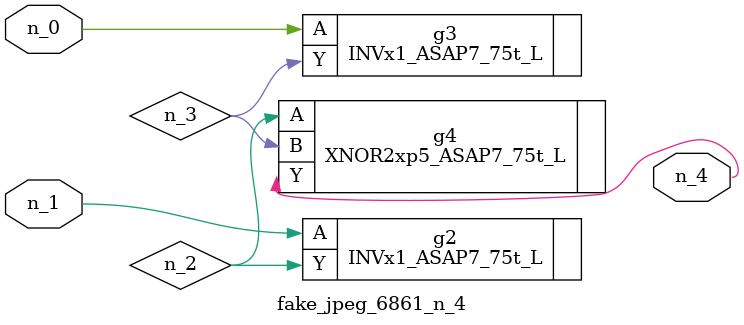
<source format=v>
module fake_jpeg_6861_n_4 (n_0, n_1, n_4);

input n_0;
input n_1;

output n_4;

wire n_2;
wire n_3;

INVx1_ASAP7_75t_L g2 ( 
.A(n_1),
.Y(n_2)
);

INVx1_ASAP7_75t_L g3 ( 
.A(n_0),
.Y(n_3)
);

XNOR2xp5_ASAP7_75t_L g4 ( 
.A(n_2),
.B(n_3),
.Y(n_4)
);


endmodule
</source>
